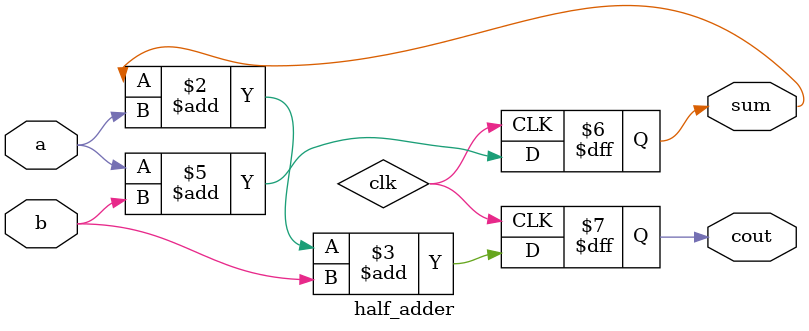
<source format=v>
module half_adder( 
input a, b,
output cout, sum );

// The half adder is a single register.
always @(posedge clk)
  cout <= sum + a + b;

// The half adder is a single register.
always @(posedge clk)
  sum <= a + b;

endmodule

</source>
